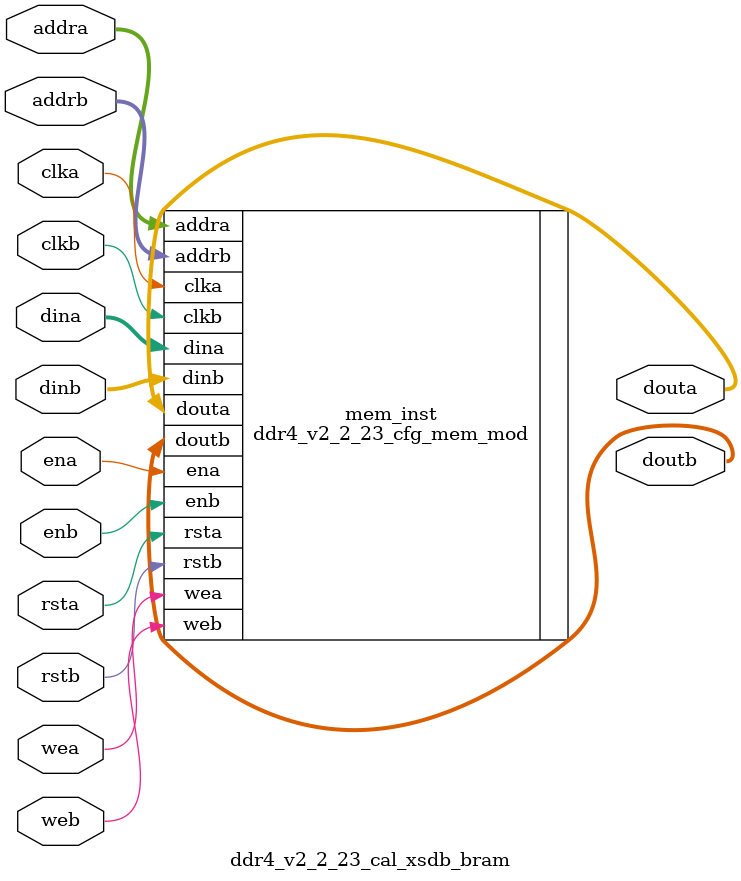
<source format=sv>
/******************************************************************************

******************************************************************************/
//   ____  ____
//  /   /\/   /
// /___/  \  /    Vendor             : AMD
// \   \   \/     Version            : 2.0
//  \   \         Application        : MIG
//  /   /         Filename           : ddr4_v2_2_23_cal_xsdb_bram.sv
// /___/   /\     Date Last Modified : $Date: 2015/04/23 $
// \   \  /  \    Date Created       : Tue May 13 2014
//  \___\/\___\
//
// Device           : UltraScale
// Design Name      : DDR4 SDRAM & DDR3 SDRAM
// Purpose          :
//                   ddr4_v2_2_23_cal_xsdb_bram module
// Reference        :
// Revision History :
//*****************************************************************************
`timescale 1ns / 1ps

(* bram_map="yes" *)

module ddr4_v2_2_23_cal_xsdb_bram
    #(	
    
		parameter       	  MEM                        	  =  "DDR4"
		,parameter       	  DBYTES                     	  =  8 //4
		,parameter            START_ADDRESS                   =  18
		,parameter  		  SPREAD_SHEET_VERSION            =  2
		,parameter            RTL_VERSION                     =  0
		,parameter            MEM_CODE                        =  0
		,parameter  		  MEMORY_TYPE                     =  (MEM == "DDR4") ? 2 : 1
		,parameter            MEMORY_CONFIGURATION            =  1
		,parameter            MEMORY_VOLTAGE                  =  1
        ,parameter            CLKFBOUT_MULT_PLL               =  4
        ,parameter            DIVCLK_DIVIDE_PLL               =  1
        ,parameter            CLKOUT0_DIVIDE_PLL              =  1
        ,parameter            CLKFBOUT_MULT_MMCM              =  4
        ,parameter            DIVCLK_DIVIDE_MMCM              =  1
        ,parameter            CLKOUT0_DIVIDE_MMCM             =  4
		,parameter  		  DQBITS	                      =  64
		,parameter			  NIBBLE                          =  DQBITS/4
		,parameter  		  BITS_PER_BYTE                   =  8 //DQBITS/DBYTES
		,parameter  		  SLOTS                   =  1
		,parameter  		  ABITS                           =  10
		,parameter  		  BABITS                          =  2
		,parameter       	  BGBITS              	          =  2
		,parameter       	  CKEBITS                  		  =  4
		,parameter       	  CSBITS             	          =  4
		,parameter       	  ODTBITS                    	  =  4
		,parameter       	  DRAM_WIDTH                 	  =  8      // # of DQ per DQS
		,parameter       	  RANKS                      	  =  4 // 1      //1, 2, 3, or 4
		,parameter            S_HEIGHT                        =  1
		,parameter       	  nCK_PER_CLK                	  =  1      // # of memory CKs per fabric CLK
        ,parameter            tCK                             =  2000		
		,parameter       	  DM_DBI_SETTING             	  =  7     //// 3bits requried all 7
		,parameter            BISC_EN                         =  0
		,parameter       	  USE_CS_PORT             	      =  1     //// 1 bit
		,parameter            EXTRA_CMD_DELAY                 =  0     //// 1 bit
		,parameter            REG_CTRL_ON                     =  0     // RDIMM register control
		,parameter            CA_MIRROR                       =  0     //// 1 bit
		,parameter       	  DQS_GATE                   	  =  7
		,parameter       	  WRLVL                      	  =  7
		,parameter       	  RDLVL                      	  =  7
		,parameter       	  RDLVL_DBI                       =  7
		,parameter       	  WR_DQS_DQ                  	  =  7
		,parameter       	  WR_DQS_DM_DBI                   =  7
		,parameter            WRITE_LAT                       =  7
		,parameter       	  RDLVL_COMPLEX                   =  3     ///2 bits required all 3
		,parameter       	  WR_DQS_COMPLEX                  =  3     ///2 bits required all 3
		,parameter       	  DQS_TRACKING               	  =  3
		,parameter       	  RD_VREF                    	  =  3
		,parameter       	  RD_VREF_PATTERN                 =  3
		,parameter       	  WR_VREF                    	  =  3
		,parameter       	  WR_VREF_PATTERN                 =  3
		,parameter       	  DQS_SAMPLE_CNT             	  =  127
		,parameter       	  WRLVL_SAMPLE_CNT           	  =  255
		,parameter       	  RDLVL_SAMPLE_CNT           	  =  127
		,parameter       	  COMPLEX_LOOP_CNT           	  =  255
		,parameter       	  IODELAY_QTR_CK_TAP_CNT     	  =  255
		,parameter       	  DEBUG_MESSAGES     	          =  0
		,parameter         	  MR0                     		  =  13'b0000000110000
		,parameter         	  MR1                     		  =  13'b0000100000001 //RTT_NOM=RZQ/4 (60 Ohm)
		,parameter         	  MR2                     		  =  13'b0000000011000
		,parameter         	  MR3                     		  =  13'b0000000000000
		,parameter         	  MR4                     		  =  13'b0000000000000
		,parameter         	  MR5                     		  =  13'b0010000000000
		,parameter         	  MR6                     		  =  13'b0100000000000
		,parameter            ODTWR                           = 16'h0000
		,parameter            ODTRD                           = 16'h0000
		,parameter            SLOT0_CONFIG                    = 0     // all 9 bits
		,parameter            SLOT1_CONFIG                    = 0     // all 9 bits
		,parameter            SLOT0_FUNC_CS                   = 0     // all 9 bits
		,parameter            SLOT1_FUNC_CS                   = 0     // all 9 bits
		,parameter            SLOT0_ODD_CS                    = 0     // all 9 bits
		,parameter            SLOT1_ODD_CS                    = 0     // all 9 bits
		,parameter            DDR4_REG_RC03                   = 0     // all 9 bits
		,parameter            DDR4_REG_RC04                   = 0     // all 9 bits
		,parameter            DDR4_REG_RC05                   = 0     // all 9 bits
		,parameter            DDR4_REG_RC3X                   = 0     // all 9 bits
		
		,parameter         	  MR0_0                   		  =  MR0[8:0]
		,parameter         	  MR0_1                   		  =  {5'b0,MR0[12:9]}
		,parameter         	  MR1_0                   		  =  MR1[8:0]
		,parameter         	  MR1_1                   		  =  {5'b0,MR1[12:9]}
		,parameter         	  MR2_0                   	 	  =  MR2[8:0]
		,parameter         	  MR2_1                   		  =  {5'b0,MR2[12:9]}
		,parameter         	  MR3_0                   		  =  MR3[8:0]
		,parameter         	  MR3_1                   		  =  {5'b0,MR3[12:9]}
		,parameter         	  MR4_0                   		  =  MR4[8:0]
		,parameter         	  MR4_1                   		  =  {5'b0,MR4[12:9]}
		,parameter         	  MR5_0                   		  =  MR5[8:0]
		,parameter         	  MR5_1                   		  =  {5'b0,MR5[12:9]}
		,parameter         	  MR6_0                   		  =  MR6[8:0]
		,parameter         	  MR6_1                   		  =  {5'b0,MR6[12:9]}
  
       ,parameter NUM_BRAMS    = 1
	   ,parameter SIZE         = 36 * 1024 * NUM_BRAMS
    // Specify INITs as 9 bit blocks (256 locations per blockRAM)
       ,parameter ADDR_WIDTH   = 16
	   ,parameter DATA_WIDTH   = 9
       ,parameter PIPELINE_REG = 1 
    )
  (
	
		clka,
		clkb,
		ena,
		enb,
		addra,
		addrb,
		dina,
		dinb,
		douta,
		doutb,
		wea,
		web,
		rsta,
		rstb
);
input clka;
input clkb;
input ena;
input enb;
input [ADDR_WIDTH-1:0]addra;
input [ADDR_WIDTH-1:0]addrb;
input [DATA_WIDTH-1:0]dina;
input [DATA_WIDTH-1:0]dinb;
input wea;
input web;
input rsta;
input rstb;
output reg [DATA_WIDTH-1:0]douta;
output reg [DATA_WIDTH-1:0]doutb;


// Initial values to the BlockRam 0
localparam [8:0] mem0_init_0 = {4'b0,START_ADDRESS[4:0]};
localparam [8:0] mem0_init_1 = 9'b0;
localparam [8:0] mem0_init_2 = 9'b0;
localparam [8:0] mem0_init_3 = {5'b0,SPREAD_SHEET_VERSION[3:0]};
localparam [8:0] mem0_init_4 = {6'b0,MEMORY_TYPE[2:0]};
localparam [8:0] mem0_init_5 = RANKS;
localparam [8:0] mem0_init_6 = DBYTES[8:0]; // MAN - repeats DBYTES parameter (may hardwire to BYTES for initial SW compatability)
localparam [8:0] mem0_init_7 = NIBBLE[8:0];
localparam [8:0] mem0_init_8 = BITS_PER_BYTE[8:0];
localparam [8:0] mem0_init_9 = 9'b1;
localparam [8:0] mem0_init_10 = 9'b1;
localparam [8:0] mem0_init_11 = 9'b1;
localparam [8:0] mem0_init_12 = SLOTS;
localparam [8:0] mem0_init_13 = 9'b0;
localparam [8:0] mem0_init_14 = 9'b0;
localparam [8:0] mem0_init_15 = 9'b0;
localparam [8:0] mem0_init_16 = 9'b0;
localparam [8:0] mem0_init_17 = 9'b0;
localparam [8:0] mem0_init_18 = RTL_VERSION[8:0];
localparam [8:0] mem0_init_19 = 9'b0;
localparam [8:0] mem0_init_20 = NUM_BRAMS[8:0];
localparam [8:0] mem0_init_21 = {BGBITS[1:0],BABITS[1:0],ABITS[4:0]};
localparam [8:0] mem0_init_22 = {ODTBITS[2:0],CSBITS[2:0],CKEBITS[2:0]};
localparam [8:0] mem0_init_23 = DBYTES[8:0];
localparam [8:0] mem0_init_24 = DRAM_WIDTH[8:0];
localparam [8:0] mem0_init_25 = {CA_MIRROR[0],REG_CTRL_ON[0],EXTRA_CMD_DELAY[0],USE_CS_PORT[0],BISC_EN[0],DM_DBI_SETTING[2:0],nCK_PER_CLK[0]};
localparam [8:0] mem0_init_26 = {RDLVL[2:0],WRLVL[2:0],DQS_GATE[2:0]};
localparam [8:0] mem0_init_27 = {WR_DQS_DM_DBI[2:0],WR_DQS_DQ[2:0],RDLVL_DBI[2:0]};
localparam [8:0] mem0_init_28 = {WR_DQS_COMPLEX[2:0],RDLVL_COMPLEX[2:0],WRITE_LAT[2:0]};
localparam [8:0] mem0_init_29 = {DEBUG_MESSAGES[0],RD_VREF_PATTERN[1:0],WR_VREF_PATTERN[1:0],RD_VREF[1:0],WR_VREF[1:0]};
localparam [8:0] mem0_init_30 = {7'b0,DQS_TRACKING[1:0]};
localparam [8:0] mem0_init_31 = DQS_SAMPLE_CNT[8:0];
localparam [8:0] mem0_init_32 = WRLVL_SAMPLE_CNT[8:0];
localparam [8:0] mem0_init_33 = RDLVL_SAMPLE_CNT[8:0];
localparam [8:0] mem0_init_34 = COMPLEX_LOOP_CNT[8:0];
localparam [8:0] mem0_init_35 = IODELAY_QTR_CK_TAP_CNT[8:0];
localparam [8:0] mem0_init_36 = {5'b0,S_HEIGHT[3:0]};
localparam [8:0] mem0_init_37 = 9'b0;
localparam [8:0] mem0_init_38 = 9'b0;
localparam [8:0] mem0_init_39 = 9'b0;
localparam [8:0] mem0_init_40 = {1'b0, ODTWR[7:0]};
localparam [8:0] mem0_init_41 = {1'b0, ODTWR[15:8]};
localparam [8:0] mem0_init_42 = {1'b0, ODTRD[7:0]};
localparam [8:0] mem0_init_43 = {1'b0, ODTRD[15:8]};
localparam [8:0] mem0_init_44 = SLOT0_CONFIG;
localparam [8:0] mem0_init_45 = SLOT1_CONFIG;
localparam [8:0] mem0_init_46 = SLOT0_FUNC_CS;
localparam [8:0] mem0_init_47 = SLOT1_FUNC_CS;
localparam [8:0] mem0_init_48 = SLOT0_ODD_CS;
localparam [8:0] mem0_init_49 = SLOT1_ODD_CS;
localparam [8:0] mem0_init_50 = DDR4_REG_RC03;
localparam [8:0] mem0_init_51 = DDR4_REG_RC04;
localparam [8:0] mem0_init_52 = DDR4_REG_RC05;
localparam [8:0] mem0_init_53 = DDR4_REG_RC3X;
localparam [8:0] mem0_init_54 = MR0_0[8:0];
localparam [8:0] mem0_init_55 = MR0_1[8:0];
localparam [8:0] mem0_init_56 = MR1_0[8:0];
localparam [8:0] mem0_init_57 = MR1_1[8:0];
localparam [8:0] mem0_init_58 = MR2_0[8:0];
localparam [8:0] mem0_init_59 = MR2_1[8:0];
localparam [8:0] mem0_init_60 = MR3_0[8:0];
localparam [8:0] mem0_init_61 = MR3_1[8:0];
localparam [8:0] mem0_init_62 = MR4_0[8:0];
localparam [8:0] mem0_init_63 = MR4_1[8:0];
localparam [8:0] mem0_init_64 = MR5_0[8:0];
localparam [8:0] mem0_init_65 = MR5_1[8:0];
localparam [8:0] mem0_init_66 = MR6_0[8:0];
localparam [8:0] mem0_init_67 = MR6_1[8:0];
localparam [8:0] mem0_init_68 = 9'b0;
localparam [8:0] mem0_init_69 = tCK[8:0];
localparam [8:0] mem0_init_70 = tCK[16:9];
localparam [8:0] mem0_init_71 = MEMORY_CONFIGURATION[8:0];
localparam [8:0] mem0_init_72 = MEMORY_VOLTAGE[8:0];
localparam [8:0] mem0_init_73 = CLKFBOUT_MULT_PLL[8:0];
localparam [8:0] mem0_init_74 = DIVCLK_DIVIDE_PLL[8:0];
localparam [8:0] mem0_init_75 = CLKFBOUT_MULT_MMCM[8:0];
localparam [8:0] mem0_init_76 = DIVCLK_DIVIDE_MMCM[8:0];
localparam [8:0] mem0_init_77 = 9'b0;
localparam [8:0] mem0_init_78 = 9'b0;
localparam [8:0] mem0_init_79 = 9'b0;
localparam [8:0] mem0_init_80 = 9'b0;
localparam [8:0] mem0_init_81 = 9'b0;
localparam [8:0] mem0_init_82 = 9'b0;
localparam [8:0] mem0_init_83 = 9'b0;
localparam [8:0] mem0_init_84 = 9'b0;
localparam [8:0] mem0_init_85 = 9'b0;
localparam [8:0] mem0_init_86 = 9'b0;
localparam [8:0] mem0_init_87 = 9'b0;
localparam [8:0] mem0_init_88 = 9'b0;
localparam [8:0] mem0_init_89 = 9'b0;
localparam [8:0] mem0_init_90 = 9'b0;
localparam [8:0] mem0_init_91 = 9'b0;
localparam [8:0] mem0_init_92 = 9'b0;
localparam [8:0] mem0_init_93 = 9'b0;
localparam [8:0] mem0_init_94 = 9'b0;
localparam [8:0] mem0_init_95 = 9'b0;
localparam [8:0] mem0_init_96 = 9'b0;
localparam [8:0] mem0_init_97 = 9'b0;
localparam [8:0] mem0_init_98 = 9'b0;
localparam [8:0] mem0_init_99 = 9'b0;
localparam [8:0] mem0_init_100 = 9'b0;
localparam [8:0] mem0_init_101 = 9'b0;
localparam [8:0] mem0_init_102 = 9'b0;
localparam [8:0] mem0_init_103 = 9'b0;
localparam [8:0] mem0_init_104 = 9'b0;
localparam [8:0] mem0_init_105 = 9'b0;
localparam [8:0] mem0_init_106 = 9'b0;
localparam [8:0] mem0_init_107 = 9'b0;
localparam [8:0] mem0_init_108 = 9'b0;
localparam [8:0] mem0_init_109 = 9'b0;
localparam [8:0] mem0_init_110 = 9'b0;
localparam [8:0] mem0_init_111 = 9'b0;
localparam [8:0] mem0_init_112 = 9'b0;
localparam [8:0] mem0_init_113 = 9'b0;
localparam [8:0] mem0_init_114 = 9'b0;
localparam [8:0] mem0_init_115 = 9'b0;
localparam [8:0] mem0_init_116 = 9'b0;
localparam [8:0] mem0_init_117 = 9'b0;
localparam [8:0] mem0_init_118 = 9'b0;
localparam [8:0] mem0_init_119 = 9'b0;
localparam [8:0] mem0_init_120 = 9'b0;
localparam [8:0] mem0_init_121 = 9'b0;
localparam [8:0] mem0_init_122 = 9'b0;
localparam [8:0] mem0_init_123 = 9'b0;
localparam [8:0] mem0_init_124 = 9'b0;
localparam [8:0] mem0_init_125 = 9'b0;
localparam [8:0] mem0_init_126 = 9'b0;
localparam [8:0] mem0_init_127 = 9'b0;
localparam [8:0] mem0_init_128 = 9'b0;
localparam [8:0] mem0_init_129 = 9'b0;
localparam [8:0] mem0_init_130 = 9'b0;
localparam [8:0] mem0_init_131 = 9'b0;
localparam [8:0] mem0_init_132 = 9'b0;
localparam [8:0] mem0_init_133 = 9'b0;
localparam [8:0] mem0_init_134 = 9'b0;
localparam [8:0] mem0_init_135 = 9'b0;
localparam [8:0] mem0_init_136 = 9'b0;
localparam [8:0] mem0_init_137 = 9'b0;
localparam [8:0] mem0_init_138 = 9'b0;
localparam [8:0] mem0_init_139 = 9'b0;
localparam [8:0] mem0_init_140 = 9'b0;
localparam [8:0] mem0_init_141 = 9'b0;
localparam [8:0] mem0_init_142 = 9'b0;
localparam [8:0] mem0_init_143 = 9'b0;
localparam [8:0] mem0_init_144 = 9'b0;
localparam [8:0] mem0_init_145 = 9'b0;
localparam [8:0] mem0_init_146 = 9'b0;
localparam [8:0] mem0_init_147 = 9'b0;
localparam [8:0] mem0_init_148 = 9'b0;
localparam [8:0] mem0_init_149 = 9'b0;
localparam [8:0] mem0_init_150 = 9'b0;
localparam [8:0] mem0_init_151 = 9'b0;
localparam [8:0] mem0_init_152 = 9'b0;
localparam [8:0] mem0_init_153 = 9'b0;
localparam [8:0] mem0_init_154 = 9'b0;
localparam [8:0] mem0_init_155 = 9'b0;
localparam [8:0] mem0_init_156 = 9'b0;
localparam [8:0] mem0_init_157 = 9'b0;
localparam [8:0] mem0_init_158 = 9'b0;
localparam [8:0] mem0_init_159 = 9'b0;
localparam [8:0] mem0_init_160 = 9'b0;
localparam [8:0] mem0_init_161 = 9'b0;
localparam [8:0] mem0_init_162 = 9'b0;
localparam [8:0] mem0_init_163 = 9'b0;
localparam [8:0] mem0_init_164 = 9'b0;
localparam [8:0] mem0_init_165 = 9'b0;
localparam [8:0] mem0_init_166 = 9'b0;
localparam [8:0] mem0_init_167 = 9'b0;
localparam [8:0] mem0_init_168 = 9'b0;
localparam [8:0] mem0_init_169 = 9'b0;
localparam [8:0] mem0_init_170 = 9'b0;
localparam [8:0] mem0_init_171 = 9'b0;
localparam [8:0] mem0_init_172 = 9'b0;
localparam [8:0] mem0_init_173 = 9'b0;
localparam [8:0] mem0_init_174 = 9'b0;
localparam [8:0] mem0_init_175 = 9'b0;
localparam [8:0] mem0_init_176 = 9'b0;
localparam [8:0] mem0_init_177 = 9'b0;
localparam [8:0] mem0_init_178 = 9'b0;
localparam [8:0] mem0_init_179 = 9'b0;
localparam [8:0] mem0_init_180 = 9'b0;
localparam [8:0] mem0_init_181 = 9'b0;
localparam [8:0] mem0_init_182 = 9'b0;
localparam [8:0] mem0_init_183 = 9'b0;
localparam [8:0] mem0_init_184 = 9'b0;
localparam [8:0] mem0_init_185 = 9'b0;
localparam [8:0] mem0_init_186 = 9'b0;
localparam [8:0] mem0_init_187 = 9'b0;
localparam [8:0] mem0_init_188 = 9'b0;
localparam [8:0] mem0_init_189 = 9'b0;
localparam [8:0] mem0_init_190 = 9'b0;
localparam [8:0] mem0_init_191 = 9'b0;
localparam [8:0] mem0_init_192 = 9'b0;
localparam [8:0] mem0_init_193 = 9'b0;
localparam [8:0] mem0_init_194 = 9'b0;
localparam [8:0] mem0_init_195 = 9'b0;
localparam [8:0] mem0_init_196 = 9'b0;
localparam [8:0] mem0_init_197 = 9'b0;
localparam [8:0] mem0_init_198 = 9'b0;
localparam [8:0] mem0_init_199 = 9'b0;
localparam [8:0] mem0_init_200 = 9'b0;
localparam [8:0] mem0_init_201 = 9'b0;
localparam [8:0] mem0_init_202 = 9'b0;
localparam [8:0] mem0_init_203 = 9'b0;
localparam [8:0] mem0_init_204 = 9'b0;
localparam [8:0] mem0_init_205 = 9'b0;
localparam [8:0] mem0_init_206 = 9'b0;
localparam [8:0] mem0_init_207 = 9'b0;
localparam [8:0] mem0_init_208 = 9'b0;
localparam [8:0] mem0_init_209 = 9'b0;
localparam [8:0] mem0_init_210 = 9'b0;
localparam [8:0] mem0_init_211 = 9'b0;
localparam [8:0] mem0_init_212 = 9'b0;
localparam [8:0] mem0_init_213 = 9'b0;
localparam [8:0] mem0_init_214 = 9'b0;
localparam [8:0] mem0_init_215 = 9'b0;
localparam [8:0] mem0_init_216 = 9'b0;
localparam [8:0] mem0_init_217 = 9'b0;
localparam [8:0] mem0_init_218 = 9'b0;
localparam [8:0] mem0_init_219 = 9'b0;
localparam [8:0] mem0_init_220 = 9'b0;
localparam [8:0] mem0_init_221 = 9'b0;
localparam [8:0] mem0_init_222 = 9'b0;
localparam [8:0] mem0_init_223 = 9'b0;
localparam [8:0] mem0_init_224 = 9'b0;
localparam [8:0] mem0_init_225 = 9'b0;
localparam [8:0] mem0_init_226 = 9'b0;
localparam [8:0] mem0_init_227 = 9'b0;
localparam [8:0] mem0_init_228 = 9'b0;
localparam [8:0] mem0_init_229 = 9'b0;
localparam [8:0] mem0_init_230 = 9'b0;
localparam [8:0] mem0_init_231 = 9'b0;
localparam [8:0] mem0_init_232 = 9'b0;
localparam [8:0] mem0_init_233 = 9'b0;
localparam [8:0] mem0_init_234 = 9'b0;
localparam [8:0] mem0_init_235 = 9'b0;
localparam [8:0] mem0_init_236 = 9'b0;
localparam [8:0] mem0_init_237 = 9'b0;
localparam [8:0] mem0_init_238 = 9'b0;
localparam [8:0] mem0_init_239 = 9'b0;
localparam [8:0] mem0_init_240 = 9'b0;
localparam [8:0] mem0_init_241 = 9'b0;
localparam [8:0] mem0_init_242 = 9'b0;
localparam [8:0] mem0_init_243 = 9'b0;
localparam [8:0] mem0_init_244 = 9'b0;
localparam [8:0] mem0_init_245 = 9'b0;
localparam [8:0] mem0_init_246 = 9'b0;
localparam [8:0] mem0_init_247 = 9'b0;
localparam [8:0] mem0_init_248 = 9'b0;
localparam [8:0] mem0_init_249 = 9'b0;
localparam [8:0] mem0_init_250 = 9'b0;
localparam [8:0] mem0_init_251 = 9'b0;
localparam [8:0] mem0_init_252 = 9'b0;
localparam [8:0] mem0_init_253 = 9'b0;
localparam [8:0] mem0_init_254 = 9'b0;
localparam [8:0] mem0_init_255 = 9'b0;

localparam [256*9-1:0] INIT_BRAM0 = {mem0_init_255,mem0_init_254,mem0_init_253,mem0_init_252,mem0_init_251,mem0_init_250,mem0_init_249,mem0_init_248,mem0_init_247,mem0_init_246,mem0_init_245,mem0_init_244,mem0_init_243,mem0_init_242,mem0_init_241,mem0_init_240,mem0_init_239,mem0_init_238,mem0_init_237,mem0_init_236,mem0_init_235,mem0_init_234,mem0_init_233,mem0_init_232,mem0_init_231,mem0_init_230,mem0_init_229,mem0_init_228,mem0_init_227,mem0_init_226,mem0_init_225,mem0_init_224,mem0_init_223,mem0_init_222,mem0_init_221,mem0_init_220,mem0_init_219,mem0_init_218,mem0_init_217,mem0_init_216,mem0_init_215,mem0_init_214,mem0_init_213,mem0_init_212,mem0_init_211,mem0_init_210,mem0_init_209,mem0_init_208,mem0_init_207,mem0_init_206,mem0_init_205,mem0_init_204,mem0_init_203,mem0_init_202,mem0_init_201,mem0_init_200,mem0_init_199,mem0_init_198,mem0_init_197,mem0_init_196,mem0_init_195,mem0_init_194,mem0_init_193,mem0_init_192,mem0_init_191,mem0_init_190,mem0_init_189,mem0_init_188,mem0_init_187,mem0_init_186,mem0_init_185,mem0_init_184,mem0_init_183,mem0_init_182,mem0_init_181,mem0_init_180,mem0_init_179,mem0_init_178,mem0_init_177,mem0_init_176,mem0_init_175,mem0_init_174,mem0_init_173,mem0_init_172,mem0_init_171,mem0_init_170,mem0_init_169,mem0_init_168,mem0_init_167,mem0_init_166,mem0_init_165,mem0_init_164,mem0_init_163,mem0_init_162,mem0_init_161,mem0_init_160,mem0_init_159,mem0_init_158,mem0_init_157,mem0_init_156,mem0_init_155,mem0_init_154,mem0_init_153,mem0_init_152,mem0_init_151,mem0_init_150,mem0_init_149,mem0_init_148,mem0_init_147,mem0_init_146,mem0_init_145,mem0_init_144,mem0_init_143,mem0_init_142,mem0_init_141,mem0_init_140,mem0_init_139,mem0_init_138,mem0_init_137,mem0_init_136,mem0_init_135,mem0_init_134,mem0_init_133,mem0_init_132,mem0_init_131,mem0_init_130,mem0_init_129,mem0_init_128,mem0_init_127,mem0_init_126,mem0_init_125,mem0_init_124,mem0_init_123,mem0_init_122,mem0_init_121,mem0_init_120,mem0_init_119,mem0_init_118,mem0_init_117,mem0_init_116,mem0_init_115,mem0_init_114,mem0_init_113,mem0_init_112,mem0_init_111,mem0_init_110,mem0_init_109,mem0_init_108,mem0_init_107,mem0_init_106,mem0_init_105,mem0_init_104,mem0_init_103,mem0_init_102,mem0_init_101,mem0_init_100,mem0_init_99,mem0_init_98,mem0_init_97,mem0_init_96,mem0_init_95,mem0_init_94,mem0_init_93,mem0_init_92,mem0_init_91,mem0_init_90,mem0_init_89,mem0_init_88,mem0_init_87,mem0_init_86,mem0_init_85,mem0_init_84,mem0_init_83,mem0_init_82,mem0_init_81,mem0_init_80,mem0_init_79,mem0_init_78,mem0_init_77,mem0_init_76,mem0_init_75,mem0_init_74,mem0_init_73,mem0_init_72,mem0_init_71,mem0_init_70,mem0_init_69,mem0_init_68,mem0_init_67,mem0_init_66,mem0_init_65,mem0_init_64,mem0_init_63,mem0_init_62,mem0_init_61,mem0_init_60,mem0_init_59,mem0_init_58,mem0_init_57,mem0_init_56,mem0_init_55,mem0_init_54,mem0_init_53,mem0_init_52,mem0_init_51,mem0_init_50,mem0_init_49,mem0_init_48,mem0_init_47,mem0_init_46,mem0_init_45,mem0_init_44,mem0_init_43,mem0_init_42,mem0_init_41,mem0_init_40,mem0_init_39,mem0_init_38,mem0_init_37,mem0_init_36,mem0_init_35,mem0_init_34,mem0_init_33,mem0_init_32,mem0_init_31,mem0_init_30,mem0_init_29,mem0_init_28,mem0_init_27,mem0_init_26,mem0_init_25,mem0_init_24,mem0_init_23,mem0_init_22,mem0_init_21,mem0_init_20,mem0_init_19,mem0_init_18,mem0_init_17,mem0_init_16,mem0_init_15,mem0_init_14,mem0_init_13,mem0_init_12,mem0_init_11,mem0_init_10,mem0_init_9,mem0_init_8,mem0_init_7,mem0_init_6,mem0_init_5,mem0_init_4,mem0_init_3,mem0_init_2,mem0_init_1,mem0_init_0};

// Populate INIT's for rest of BlockRAMs if required
localparam [256*9*NUM_BRAMS-1:0] INIT = ( NUM_BRAMS == 1 ) ? INIT_BRAM0 : ( NUM_BRAMS == 2 ) ? {2304'b0 ,INIT_BRAM0} : {{2{2304'b0}} ,INIT_BRAM0};

ddr4_v2_2_23_cfg_mem_mod # (
               .SIZE(SIZE),
               .INIT(INIT),
               .ADDR_WIDTH(ADDR_WIDTH),
               .DATA_WIDTH(9),
               .PIPELINE_REG(PIPELINE_REG)
              )
     mem_inst (
                .clka(clka),
                .clkb(clkb),
                .ena(ena),
                .enb(enb),
                .addra(addra),
                .addrb(addrb),
                .dina(dina),
                .dinb(dinb),
                .wea(wea),
                .web(web),
                .rsta(rsta),
                .rstb(rstb),
                .douta(douta),
                .doutb(doutb)
               );

endmodule


</source>
